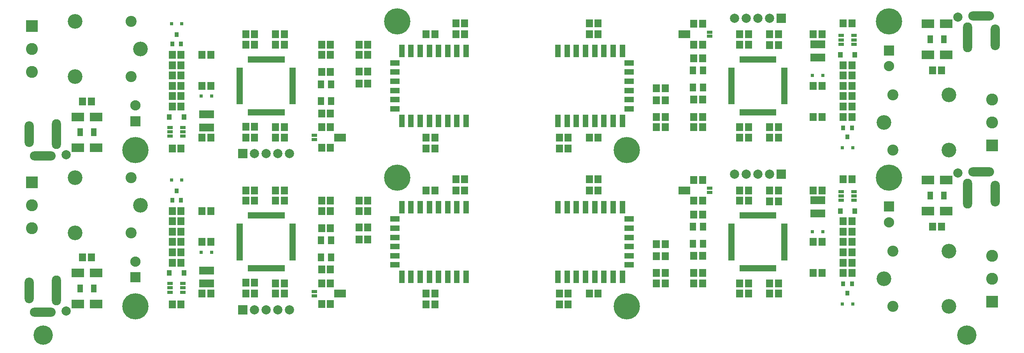
<source format=gts>
G04*
G04 #@! TF.GenerationSoftware,Altium Limited,Altium Designer,22.8.2 (66)*
G04*
G04 Layer_Color=8388736*
%FSLAX25Y25*%
%MOIN*%
G70*
G04*
G04 #@! TF.SameCoordinates,C3FD66B6-40D4-4EF1-9346-9CEE37E5CDB1*
G04*
G04*
G04 #@! TF.FilePolarity,Negative*
G04*
G01*
G75*
%ADD61C,0.07874*%
%ADD62R,0.01981X0.05524*%
%ADD63R,0.05524X0.01981*%
%ADD64R,0.06115X0.06706*%
%ADD65R,0.05918X0.06706*%
%ADD66R,0.07887X0.04737*%
%ADD67R,0.04737X0.10642*%
%ADD68R,0.03123X0.02572*%
%ADD69R,0.03550X0.03943*%
%ADD70R,0.12611X0.06902*%
%ADD71R,0.04343X0.04540*%
%ADD72R,0.04731X0.02762*%
%ADD73R,0.10642X0.07493*%
%ADD74R,0.04737X0.07099*%
%ADD75R,0.10249X0.06706*%
%ADD76R,0.05721X0.07099*%
%ADD77R,0.03123X0.02572*%
%ADD78C,0.16548*%
%ADD79C,0.10249*%
%ADD80R,0.10249X0.10249*%
%ADD81C,0.12611*%
%ADD82C,0.09461*%
%ADD83C,0.09461*%
%ADD84R,0.08800X0.08800*%
%ADD85C,0.08800*%
%ADD86O,0.07887X0.25603*%
%ADD87O,0.07887X0.22060*%
%ADD88O,0.22060X0.07887*%
%ADD89C,0.07887*%
%ADD90R,0.07887X0.07887*%
%ADD91C,0.22453*%
G54D61*
X803150Y259842D02*
D03*
Y125984D02*
D03*
X39370Y7874D02*
D03*
Y141732D02*
D03*
G54D62*
X617126Y223425D02*
D03*
X619095D02*
D03*
X621063D02*
D03*
X623032D02*
D03*
X625000D02*
D03*
X626968D02*
D03*
X628937D02*
D03*
X630905D02*
D03*
X632874D02*
D03*
X634842D02*
D03*
X636811D02*
D03*
X638779D02*
D03*
X640748D02*
D03*
X642717D02*
D03*
X644685D02*
D03*
X646654D02*
D03*
Y178150D02*
D03*
X644685D02*
D03*
X642717D02*
D03*
X640748D02*
D03*
X638779D02*
D03*
X636811D02*
D03*
X634842D02*
D03*
X632874D02*
D03*
X630905D02*
D03*
X628937D02*
D03*
X626968D02*
D03*
X625000D02*
D03*
X623032D02*
D03*
X621063D02*
D03*
X619095D02*
D03*
X617126D02*
D03*
Y89567D02*
D03*
X619095D02*
D03*
X621063D02*
D03*
X623032D02*
D03*
X625000D02*
D03*
X626968D02*
D03*
X628937D02*
D03*
X630905D02*
D03*
X632874D02*
D03*
X634842D02*
D03*
X636811D02*
D03*
X638779D02*
D03*
X640748D02*
D03*
X642717D02*
D03*
X644685D02*
D03*
X646654D02*
D03*
Y44291D02*
D03*
X644685D02*
D03*
X642717D02*
D03*
X640748D02*
D03*
X638779D02*
D03*
X636811D02*
D03*
X634842D02*
D03*
X632874D02*
D03*
X630905D02*
D03*
X628937D02*
D03*
X626968D02*
D03*
X625000D02*
D03*
X623032D02*
D03*
X621063D02*
D03*
X619095D02*
D03*
X617126D02*
D03*
X225394Y44291D02*
D03*
X223425D02*
D03*
X221457D02*
D03*
X219488D02*
D03*
X217520D02*
D03*
X215551D02*
D03*
X213583D02*
D03*
X211614D02*
D03*
X209646D02*
D03*
X207677D02*
D03*
X205709D02*
D03*
X203740D02*
D03*
X201772D02*
D03*
X199803D02*
D03*
X197835D02*
D03*
X195866D02*
D03*
Y89567D02*
D03*
X197835D02*
D03*
X199803D02*
D03*
X201772D02*
D03*
X203740D02*
D03*
X205709D02*
D03*
X207677D02*
D03*
X209646D02*
D03*
X211614D02*
D03*
X213583D02*
D03*
X215551D02*
D03*
X217520D02*
D03*
X219488D02*
D03*
X221457D02*
D03*
X223425D02*
D03*
X225394D02*
D03*
Y178150D02*
D03*
X223425D02*
D03*
X221457D02*
D03*
X219488D02*
D03*
X217520D02*
D03*
X215551D02*
D03*
X213583D02*
D03*
X211614D02*
D03*
X209646D02*
D03*
X207677D02*
D03*
X205709D02*
D03*
X203740D02*
D03*
X201772D02*
D03*
X199803D02*
D03*
X197835D02*
D03*
X195866D02*
D03*
Y223425D02*
D03*
X197835D02*
D03*
X199803D02*
D03*
X201772D02*
D03*
X203740D02*
D03*
X205709D02*
D03*
X207677D02*
D03*
X209646D02*
D03*
X211614D02*
D03*
X213583D02*
D03*
X215551D02*
D03*
X217520D02*
D03*
X219488D02*
D03*
X221457D02*
D03*
X223425D02*
D03*
X225394D02*
D03*
G54D63*
X654528Y215551D02*
D03*
Y213583D02*
D03*
Y211614D02*
D03*
Y209646D02*
D03*
Y207677D02*
D03*
Y205709D02*
D03*
Y203740D02*
D03*
Y201772D02*
D03*
Y199803D02*
D03*
Y197835D02*
D03*
Y195866D02*
D03*
Y193898D02*
D03*
Y191929D02*
D03*
Y189961D02*
D03*
Y187992D02*
D03*
Y186024D02*
D03*
X609252D02*
D03*
Y187992D02*
D03*
Y189961D02*
D03*
Y191929D02*
D03*
Y193898D02*
D03*
Y195866D02*
D03*
Y197835D02*
D03*
Y199803D02*
D03*
Y201772D02*
D03*
Y203740D02*
D03*
Y205709D02*
D03*
Y207677D02*
D03*
Y209646D02*
D03*
Y211614D02*
D03*
Y213583D02*
D03*
Y215551D02*
D03*
X654528Y81693D02*
D03*
Y79724D02*
D03*
Y77756D02*
D03*
Y75787D02*
D03*
Y73819D02*
D03*
Y71850D02*
D03*
Y69882D02*
D03*
Y67913D02*
D03*
Y65945D02*
D03*
Y63976D02*
D03*
Y62008D02*
D03*
Y60039D02*
D03*
Y58071D02*
D03*
Y56102D02*
D03*
Y54134D02*
D03*
Y52165D02*
D03*
X609252D02*
D03*
Y54134D02*
D03*
Y56102D02*
D03*
Y58071D02*
D03*
Y60039D02*
D03*
Y62008D02*
D03*
Y63976D02*
D03*
Y65945D02*
D03*
Y67913D02*
D03*
Y69882D02*
D03*
Y71850D02*
D03*
Y73819D02*
D03*
Y75787D02*
D03*
Y77756D02*
D03*
Y79724D02*
D03*
Y81693D02*
D03*
X187992Y52165D02*
D03*
Y54134D02*
D03*
Y56102D02*
D03*
Y58071D02*
D03*
Y60039D02*
D03*
Y62008D02*
D03*
Y63976D02*
D03*
Y65945D02*
D03*
Y67913D02*
D03*
Y69882D02*
D03*
Y71850D02*
D03*
Y73819D02*
D03*
Y75787D02*
D03*
Y77756D02*
D03*
Y79724D02*
D03*
Y81693D02*
D03*
X233268D02*
D03*
Y79724D02*
D03*
Y77756D02*
D03*
Y75787D02*
D03*
Y73819D02*
D03*
Y71850D02*
D03*
Y69882D02*
D03*
Y67913D02*
D03*
Y65945D02*
D03*
Y63976D02*
D03*
Y62008D02*
D03*
Y60039D02*
D03*
Y58071D02*
D03*
Y56102D02*
D03*
Y54134D02*
D03*
Y52165D02*
D03*
X187992Y186024D02*
D03*
Y187992D02*
D03*
Y189961D02*
D03*
Y191929D02*
D03*
Y193898D02*
D03*
Y195866D02*
D03*
Y197835D02*
D03*
Y199803D02*
D03*
Y201772D02*
D03*
Y203740D02*
D03*
Y205709D02*
D03*
Y207677D02*
D03*
Y209646D02*
D03*
Y211614D02*
D03*
Y213583D02*
D03*
Y215551D02*
D03*
X233268D02*
D03*
Y213583D02*
D03*
Y211614D02*
D03*
Y209646D02*
D03*
Y207677D02*
D03*
Y205709D02*
D03*
Y203740D02*
D03*
Y201772D02*
D03*
Y199803D02*
D03*
Y197835D02*
D03*
Y195866D02*
D03*
Y193898D02*
D03*
Y191929D02*
D03*
Y189961D02*
D03*
Y187992D02*
D03*
Y186024D02*
D03*
G54D64*
X641929Y235728D02*
D03*
X649409D02*
D03*
X544980Y188484D02*
D03*
X552461D02*
D03*
X494882Y156496D02*
D03*
X487402D02*
D03*
X487402Y254429D02*
D03*
X494882D02*
D03*
X487402Y245079D02*
D03*
X494882D02*
D03*
X469291Y147146D02*
D03*
X461811D02*
D03*
X704921Y191929D02*
D03*
X712402D02*
D03*
X704921Y200787D02*
D03*
X712402D02*
D03*
X712402Y174213D02*
D03*
X704921D02*
D03*
X704921Y183071D02*
D03*
X712402D02*
D03*
X616339Y156496D02*
D03*
X623819D02*
D03*
X623819Y245079D02*
D03*
X616339D02*
D03*
X679331Y174213D02*
D03*
X686811D02*
D03*
X641929Y101870D02*
D03*
X649409D02*
D03*
X544980Y54626D02*
D03*
X552461D02*
D03*
X494882Y22638D02*
D03*
X487402D02*
D03*
X487402Y120571D02*
D03*
X494882D02*
D03*
X487402Y111221D02*
D03*
X494882D02*
D03*
X469291Y13287D02*
D03*
X461811D02*
D03*
X704921Y58071D02*
D03*
X712402D02*
D03*
X704921Y66929D02*
D03*
X712402D02*
D03*
X712402Y40354D02*
D03*
X704921D02*
D03*
X704921Y49213D02*
D03*
X712402D02*
D03*
X616339Y22638D02*
D03*
X623819D02*
D03*
X623819Y111221D02*
D03*
X616339D02*
D03*
X679331Y40354D02*
D03*
X686811D02*
D03*
X200591Y31988D02*
D03*
X193110D02*
D03*
X297539Y79232D02*
D03*
X290059D02*
D03*
X347638Y111221D02*
D03*
X355118D02*
D03*
X355118Y13287D02*
D03*
X347638D02*
D03*
X355118Y22638D02*
D03*
X347638D02*
D03*
X373228Y120571D02*
D03*
X380709D02*
D03*
X137598Y75787D02*
D03*
X130118D02*
D03*
X137598Y66929D02*
D03*
X130118D02*
D03*
X130118Y93504D02*
D03*
X137598D02*
D03*
X137598Y84646D02*
D03*
X130118D02*
D03*
X226181Y111221D02*
D03*
X218701D02*
D03*
X218701Y22638D02*
D03*
X226181D02*
D03*
X163189Y93504D02*
D03*
X155709D02*
D03*
X200591Y165847D02*
D03*
X193110D02*
D03*
X297539Y213090D02*
D03*
X290059D02*
D03*
X347638Y245079D02*
D03*
X355118D02*
D03*
X355118Y147146D02*
D03*
X347638D02*
D03*
X355118Y156496D02*
D03*
X347638D02*
D03*
X373228Y254429D02*
D03*
X380709D02*
D03*
X137598Y209646D02*
D03*
X130118D02*
D03*
X137598Y200787D02*
D03*
X130118D02*
D03*
X130118Y227362D02*
D03*
X137598D02*
D03*
X137598Y218504D02*
D03*
X130118D02*
D03*
X226181Y245079D02*
D03*
X218701D02*
D03*
X218701Y156496D02*
D03*
X226181D02*
D03*
X163189Y227362D02*
D03*
X155709D02*
D03*
G54D65*
X552461Y198819D02*
D03*
X544980D02*
D03*
X552461Y174213D02*
D03*
X544980D02*
D03*
X552461Y165354D02*
D03*
X544980D02*
D03*
X469291Y156496D02*
D03*
X461811D02*
D03*
X686811Y245079D02*
D03*
X679331D02*
D03*
X712402Y209646D02*
D03*
X704921D02*
D03*
X712402Y218504D02*
D03*
X704921D02*
D03*
X789173Y214075D02*
D03*
X781693D02*
D03*
X712402Y254429D02*
D03*
X704921D02*
D03*
X641929Y245079D02*
D03*
X649409D02*
D03*
X679331Y200787D02*
D03*
X686811D02*
D03*
X641929Y156496D02*
D03*
X649409D02*
D03*
X623819Y236221D02*
D03*
X616339D02*
D03*
X641929Y165354D02*
D03*
X649409D02*
D03*
X616339D02*
D03*
X623819D02*
D03*
X576968D02*
D03*
X584449D02*
D03*
X576968Y236221D02*
D03*
X584449D02*
D03*
X576968Y253937D02*
D03*
X584449D02*
D03*
X576968Y188976D02*
D03*
X584449D02*
D03*
Y224410D02*
D03*
X576968D02*
D03*
Y174213D02*
D03*
X584449D02*
D03*
X552461Y64961D02*
D03*
X544980D02*
D03*
X552461Y40354D02*
D03*
X544980D02*
D03*
X552461Y31496D02*
D03*
X544980D02*
D03*
X469291Y22638D02*
D03*
X461811D02*
D03*
X686811Y111221D02*
D03*
X679331D02*
D03*
X712402Y75787D02*
D03*
X704921D02*
D03*
X712402Y84646D02*
D03*
X704921D02*
D03*
X789173Y80216D02*
D03*
X781693D02*
D03*
X712402Y120571D02*
D03*
X704921D02*
D03*
X641929Y111221D02*
D03*
X649409D02*
D03*
X679331Y66929D02*
D03*
X686811D02*
D03*
X641929Y22638D02*
D03*
X649409D02*
D03*
X623819Y102362D02*
D03*
X616339D02*
D03*
X641929Y31496D02*
D03*
X649409D02*
D03*
X616339D02*
D03*
X623819D02*
D03*
X576968D02*
D03*
X584449D02*
D03*
X576968Y102362D02*
D03*
X584449D02*
D03*
X576968Y120079D02*
D03*
X584449D02*
D03*
X576968Y55118D02*
D03*
X584449D02*
D03*
Y90551D02*
D03*
X576968D02*
D03*
Y40354D02*
D03*
X584449D02*
D03*
X290059Y68898D02*
D03*
X297539D02*
D03*
X290059Y93504D02*
D03*
X297539D02*
D03*
X290059Y102362D02*
D03*
X297539D02*
D03*
X373228Y111221D02*
D03*
X380709D02*
D03*
X155709Y22638D02*
D03*
X163189D02*
D03*
X130118Y58071D02*
D03*
X137598D02*
D03*
X130118Y49213D02*
D03*
X137598D02*
D03*
X53347Y53642D02*
D03*
X60827D02*
D03*
X130118Y13287D02*
D03*
X137598D02*
D03*
X200591Y22638D02*
D03*
X193110D02*
D03*
X163189Y66929D02*
D03*
X155709D02*
D03*
X200591Y111221D02*
D03*
X193110D02*
D03*
X218701Y31496D02*
D03*
X226181D02*
D03*
X200591Y102362D02*
D03*
X193110D02*
D03*
X226181D02*
D03*
X218701D02*
D03*
X265551D02*
D03*
X258071D02*
D03*
X265551Y31496D02*
D03*
X258071D02*
D03*
X265551Y13780D02*
D03*
X258071D02*
D03*
X265551Y78740D02*
D03*
X258071D02*
D03*
Y43307D02*
D03*
X265551D02*
D03*
Y93504D02*
D03*
X258071D02*
D03*
X290059Y202756D02*
D03*
X297539D02*
D03*
X290059Y227362D02*
D03*
X297539D02*
D03*
X290059Y236221D02*
D03*
X297539D02*
D03*
X373228Y245079D02*
D03*
X380709D02*
D03*
X155709Y156496D02*
D03*
X163189D02*
D03*
X130118Y191929D02*
D03*
X137598D02*
D03*
X130118Y183071D02*
D03*
X137598D02*
D03*
X53347Y187500D02*
D03*
X60827D02*
D03*
X130118Y147146D02*
D03*
X137598D02*
D03*
X200591Y156496D02*
D03*
X193110D02*
D03*
X163189Y200787D02*
D03*
X155709D02*
D03*
X200591Y245079D02*
D03*
X193110D02*
D03*
X218701Y165354D02*
D03*
X226181D02*
D03*
X200591Y236221D02*
D03*
X193110D02*
D03*
X226181D02*
D03*
X218701D02*
D03*
X265551D02*
D03*
X258071D02*
D03*
X265551Y165354D02*
D03*
X258071D02*
D03*
X265551Y147638D02*
D03*
X258071D02*
D03*
X265551Y212598D02*
D03*
X258071D02*
D03*
Y177165D02*
D03*
X265551D02*
D03*
Y227362D02*
D03*
X258071D02*
D03*
G54D66*
X521654Y181102D02*
D03*
Y188976D02*
D03*
Y196850D02*
D03*
Y204724D02*
D03*
Y212598D02*
D03*
Y220472D02*
D03*
D03*
Y47244D02*
D03*
Y55118D02*
D03*
Y62992D02*
D03*
Y70866D02*
D03*
Y78740D02*
D03*
Y86614D02*
D03*
D03*
X320866Y86614D02*
D03*
Y78740D02*
D03*
Y70866D02*
D03*
Y62992D02*
D03*
Y55118D02*
D03*
Y47244D02*
D03*
D03*
Y220472D02*
D03*
Y212598D02*
D03*
Y204724D02*
D03*
Y196850D02*
D03*
Y188976D02*
D03*
Y181102D02*
D03*
D03*
G54D67*
X460630Y170866D02*
D03*
Y230709D02*
D03*
X468504D02*
D03*
X476378D02*
D03*
X484252D02*
D03*
X492126D02*
D03*
X500000D02*
D03*
X507874D02*
D03*
X515748D02*
D03*
Y170866D02*
D03*
X507874D02*
D03*
X500000D02*
D03*
X492126D02*
D03*
X484252D02*
D03*
X476378D02*
D03*
X468504D02*
D03*
X460630Y37008D02*
D03*
Y96850D02*
D03*
X468504D02*
D03*
X476378D02*
D03*
X484252D02*
D03*
X492126D02*
D03*
X500000D02*
D03*
X507874D02*
D03*
X515748D02*
D03*
Y37008D02*
D03*
X507874D02*
D03*
X500000D02*
D03*
X492126D02*
D03*
X484252D02*
D03*
X476378D02*
D03*
X468504D02*
D03*
X381890Y96850D02*
D03*
Y37008D02*
D03*
X374016D02*
D03*
X366142D02*
D03*
X358268D02*
D03*
X350394D02*
D03*
X342520D02*
D03*
X334646D02*
D03*
X326772D02*
D03*
Y96850D02*
D03*
X334646D02*
D03*
X342520D02*
D03*
X350394D02*
D03*
X358268D02*
D03*
X366142D02*
D03*
X374016D02*
D03*
X381890Y230709D02*
D03*
Y170866D02*
D03*
X374016D02*
D03*
X366142D02*
D03*
X358268D02*
D03*
X350394D02*
D03*
X342520D02*
D03*
X334646D02*
D03*
X326772D02*
D03*
Y230709D02*
D03*
X334646D02*
D03*
X342520D02*
D03*
X350394D02*
D03*
X358268D02*
D03*
X366142D02*
D03*
X374016D02*
D03*
G54D68*
X713091Y147638D02*
D03*
X704232D02*
D03*
X678642Y209646D02*
D03*
X687500D02*
D03*
X713091Y13780D02*
D03*
X704232D02*
D03*
X678642Y75787D02*
D03*
X687500D02*
D03*
X129429Y120079D02*
D03*
X138287D02*
D03*
X129429Y253937D02*
D03*
X138287D02*
D03*
G54D69*
X704921Y164862D02*
D03*
X708661Y156988D02*
D03*
X712402Y164862D02*
D03*
X704921Y31004D02*
D03*
X708661Y23130D02*
D03*
X712402Y31004D02*
D03*
X137598Y102854D02*
D03*
X133858Y110728D02*
D03*
X130118Y102854D02*
D03*
X137598Y236713D02*
D03*
X133858Y244587D02*
D03*
X130118Y236713D02*
D03*
G54D70*
X683071Y225197D02*
D03*
Y236417D02*
D03*
Y91339D02*
D03*
Y102559D02*
D03*
X159449Y42520D02*
D03*
Y31299D02*
D03*
Y176378D02*
D03*
Y165157D02*
D03*
G54D71*
X702461Y227362D02*
D03*
X714862D02*
D03*
X702461Y93504D02*
D03*
X714862D02*
D03*
X140059Y40354D02*
D03*
X127657D02*
D03*
X140059Y174213D02*
D03*
X127657D02*
D03*
G54D72*
X703150Y236417D02*
D03*
Y240158D02*
D03*
Y243898D02*
D03*
X714173D02*
D03*
Y240158D02*
D03*
Y236417D02*
D03*
X590650Y243307D02*
D03*
Y246850D02*
D03*
X703150Y102559D02*
D03*
Y106299D02*
D03*
Y110039D02*
D03*
X714173D02*
D03*
Y106299D02*
D03*
Y102559D02*
D03*
X590650Y109449D02*
D03*
Y112992D02*
D03*
X139370Y31299D02*
D03*
Y27559D02*
D03*
Y23819D02*
D03*
X128347D02*
D03*
Y27559D02*
D03*
Y31299D02*
D03*
X251870Y24409D02*
D03*
Y20866D02*
D03*
X139370Y165157D02*
D03*
Y161417D02*
D03*
Y157677D02*
D03*
X128347D02*
D03*
Y161417D02*
D03*
Y165157D02*
D03*
X251870Y158268D02*
D03*
Y154724D02*
D03*
G54D73*
X793307Y227362D02*
D03*
X777559D02*
D03*
X793307Y253937D02*
D03*
X777559D02*
D03*
X793307Y93504D02*
D03*
X777559D02*
D03*
X793307Y120079D02*
D03*
X777559D02*
D03*
X49213Y40354D02*
D03*
X64961D02*
D03*
X49213Y13780D02*
D03*
X64961D02*
D03*
X49213Y174213D02*
D03*
X64961D02*
D03*
X49213Y147638D02*
D03*
X64961D02*
D03*
G54D74*
X791339Y240650D02*
D03*
X779528D02*
D03*
X791339Y106791D02*
D03*
X779528D02*
D03*
X51181Y27067D02*
D03*
X62992D02*
D03*
X51181Y160925D02*
D03*
X62992D02*
D03*
G54D75*
X568799Y245079D02*
D03*
Y111221D02*
D03*
X273721Y22638D02*
D03*
Y156496D02*
D03*
G54D76*
X585039Y213976D02*
D03*
X576378Y199409D02*
D03*
X585039D02*
D03*
X576378Y213976D02*
D03*
X585039Y80118D02*
D03*
X576378Y65551D02*
D03*
X585039D02*
D03*
X576378Y80118D02*
D03*
X257480Y53740D02*
D03*
X266142Y68307D02*
D03*
X257480D02*
D03*
X266142Y53740D02*
D03*
X257480Y187598D02*
D03*
X266142Y202165D02*
D03*
X257480D02*
D03*
X266142Y187598D02*
D03*
G54D77*
X163878Y58071D02*
D03*
X155020D02*
D03*
X163878Y191929D02*
D03*
X155020D02*
D03*
G54D78*
X811024Y-12795D02*
D03*
X19685D02*
D03*
G54D79*
X832677Y188976D02*
D03*
Y169291D02*
D03*
Y55118D02*
D03*
Y35433D02*
D03*
X9843Y78740D02*
D03*
Y98425D02*
D03*
Y212598D02*
D03*
Y232283D02*
D03*
G54D80*
X832677Y149606D02*
D03*
Y15748D02*
D03*
X9843Y118110D02*
D03*
Y251969D02*
D03*
G54D81*
X739764Y169291D02*
D03*
X795669Y145669D02*
D03*
Y192913D02*
D03*
X739764Y35433D02*
D03*
X795669Y11811D02*
D03*
Y59055D02*
D03*
X102756Y98425D02*
D03*
X46850Y122047D02*
D03*
Y74803D02*
D03*
X102756Y232283D02*
D03*
X46850Y255906D02*
D03*
Y208661D02*
D03*
G54D82*
X747638Y145669D02*
D03*
Y11811D02*
D03*
X94882Y122047D02*
D03*
Y255906D02*
D03*
G54D83*
X747638Y192913D02*
D03*
Y59055D02*
D03*
X94882Y74803D02*
D03*
Y208661D02*
D03*
G54D84*
X744095Y231159D02*
D03*
Y97301D02*
D03*
X98425Y36557D02*
D03*
Y170415D02*
D03*
G54D85*
X744095Y217659D02*
D03*
Y83801D02*
D03*
X98425Y50057D02*
D03*
Y183915D02*
D03*
G54D86*
X811516Y242323D02*
D03*
Y108465D02*
D03*
X31004Y25394D02*
D03*
Y159252D02*
D03*
G54D87*
X835138Y242323D02*
D03*
Y108465D02*
D03*
X7382Y25394D02*
D03*
Y159252D02*
D03*
G54D88*
X823327Y260827D02*
D03*
Y126969D02*
D03*
X19193Y6890D02*
D03*
Y140748D02*
D03*
G54D89*
X641890Y258858D02*
D03*
X631890D02*
D03*
X621890D02*
D03*
X611890D02*
D03*
X641890Y125000D02*
D03*
X631890D02*
D03*
X621890D02*
D03*
X611890D02*
D03*
X200630Y8858D02*
D03*
X210630D02*
D03*
X220630D02*
D03*
X230630D02*
D03*
X200630Y142717D02*
D03*
X210630D02*
D03*
X220630D02*
D03*
X230630D02*
D03*
G54D90*
X651890Y258858D02*
D03*
Y125000D02*
D03*
X190630Y8858D02*
D03*
Y142717D02*
D03*
G54D91*
X519685Y145669D02*
D03*
X744095Y255906D02*
D03*
X519685Y11811D02*
D03*
X744095Y122047D02*
D03*
X322835D02*
D03*
X98425Y11811D02*
D03*
X322835Y255906D02*
D03*
X98425Y145669D02*
D03*
M02*

</source>
